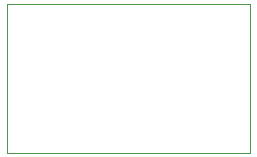
<source format=gm1>
G04 #@! TF.GenerationSoftware,KiCad,Pcbnew,5.0.0-rc3+dfsg1-1*
G04 #@! TF.CreationDate,2018-07-17T14:07:16+09:00*
G04 #@! TF.ProjectId,fst-01,6673742D30312E6B696361645F706362,rev?*
G04 #@! TF.SameCoordinates,PX791ddc0PY5e69114*
G04 #@! TF.FileFunction,Profile,NP*
%FSLAX46Y46*%
G04 Gerber Fmt 4.6, Leading zero omitted, Abs format (unit mm)*
G04 Created by KiCad (PCBNEW 5.0.0-rc3+dfsg1-1) date Tue Jul 17 14:07:16 2018*
%MOMM*%
%LPD*%
G01*
G04 APERTURE LIST*
%ADD10C,0.099060*%
G04 APERTURE END LIST*
D10*
X2311400Y-6255080D02*
X2311400Y6344920D01*
X-18288000Y-6255080D02*
X2311400Y-6255080D01*
X-18288000Y6344920D02*
X-18288000Y-6255080D01*
X2311400Y6344920D02*
X-18288000Y6344920D01*
M02*

</source>
